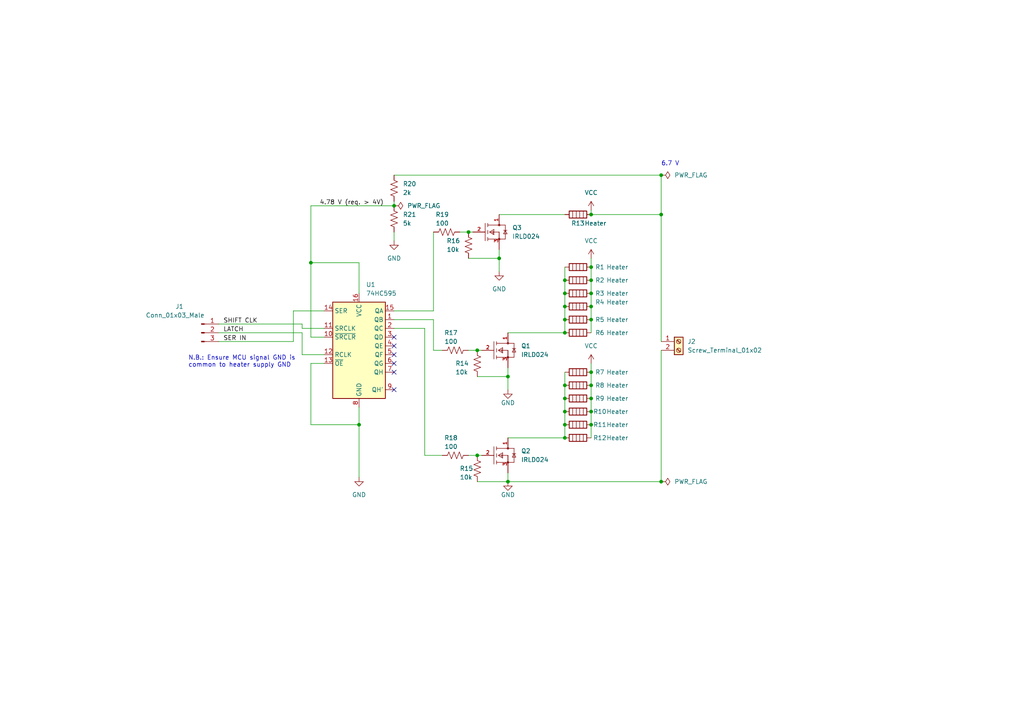
<source format=kicad_sch>
(kicad_sch (version 20211123) (generator eeschema)
  (paper "A4")
  (title_block (title "Hawkeye Driver Board") (date "2022-05-13") (rev "A") (company "The University of Arizona Steward Observatory"))
  (lib_symbols
    (symbol "74xx:74HC595"
      (property "Reference" "U" (at -7.62 13.97 0))
      (property "Value" "74HC595" (at -7.62 -16.51 0))
      (symbol "74HC595_1_0"
        (pin tri_state line (at 10.16 7.62 180) (length 2.54) (name "QB") (number "1"))
        (pin input line (at -10.16 2.54 0) (length 2.54) (name "~{SRCLR}") (number "10"))
        (pin input line (at -10.16 5.08 0) (length 2.54) (name "SRCLK") (number "11"))
        (pin input line (at -10.16 -2.54 0) (length 2.54) (name "RCLK") (number "12"))
        (pin input line (at -10.16 -5.08 0) (length 2.54) (name "~{OE}") (number "13"))
        (pin input line (at -10.16 10.16 0) (length 2.54) (name "SER") (number "14"))
        (pin tri_state line (at 10.16 10.16 180) (length 2.54) (name "QA") (number "15"))
        (pin power_in line (at 0 15.24 270) (length 2.54) (name "VCC") (number "16"))
        (pin tri_state line (at 10.16 5.08 180) (length 2.54) (name "QC") (number "2"))
        (pin tri_state line (at 10.16 2.54 180) (length 2.54) (name "QD") (number "3"))
        (pin tri_state line (at 10.16 0 180) (length 2.54) (name "QE") (number "4"))
        (pin tri_state line (at 10.16 -2.54 180) (length 2.54) (name "QF") (number "5"))
        (pin tri_state line (at 10.16 -5.08 180) (length 2.54) (name "QG") (number "6"))
        (pin tri_state line (at 10.16 -7.62 180) (length 2.54) (name "QH") (number "7"))
        (pin power_in line (at 0 -17.78 90) (length 2.54) (name "GND") (number "8"))
        (pin output line (at 10.16 -12.7 180) (length 2.54) (name "QH'") (number "9"))
      )
      (symbol "74HC595_1_1"
        (rectangle (start -7.62 12.7) (end 7.62 -15.24) (stroke (width 0.254)) (fill (type background)))
      )
    )
    (symbol "Connector:Conn_01x03_Male" (pin_names (offset 1.016) hide)
      (property "Reference" "J" (at 0 5.08 0))
      (property "Value" "Conn_01x03_Male" (at 0 -5.08 0))
      (symbol "Conn_01x03_Male_1_1"
        (polyline (pts (xy 1.27 -2.54) (xy 0.8636 -2.54)) (stroke (width 0.1524)))
        (polyline (pts (xy 1.27 0) (xy 0.8636 0)) (stroke (width 0.1524)))
        (polyline (pts (xy 1.27 2.54) (xy 0.8636 2.54)) (stroke (width 0.1524)))
        (rectangle (start 0.8636 -2.413) (end 0 -2.667) (stroke (width 0.1524)) (fill (type outline)))
        (rectangle (start 0.8636 0.127) (end 0 -0.127) (stroke (width 0.1524)) (fill (type outline)))
        (rectangle (start 0.8636 2.667) (end 0 2.413) (stroke (width 0.1524)) (fill (type outline)))
        (pin passive line (at 5.08 2.54 180) (length 3.81) (name "Pin_1") (number "1"))
        (pin passive line (at 5.08 0 180) (length 3.81) (name "Pin_2") (number "2"))
        (pin passive line (at 5.08 -2.54 180) (length 3.81) (name "Pin_3") (number "3"))
      )
    )
    (symbol "Connector:Screw_Terminal_01x02" (pin_names (offset 1.016) hide)
      (property "Reference" "J" (at 0 2.54 0))
      (property "Value" "Screw_Terminal_01x02" (at 0 -5.08 0))
      (symbol "Screw_Terminal_01x02_1_1"
        (rectangle (start -1.27 1.27) (end 1.27 -3.81) (stroke (width 0.254)) (fill (type background)))
        (circle (center 0 -2.54) (radius 0.635) (stroke (width 0.1524)))
        (polyline (pts (xy -0.5334 -2.2098) (xy 0.3302 -3.048)) (stroke (width 0.1524)))
        (polyline (pts (xy -0.5334 0.3302) (xy 0.3302 -0.508)) (stroke (width 0.1524)))
        (polyline (pts (xy -0.3556 -2.032) (xy 0.508 -2.8702)) (stroke (width 0.1524)))
        (polyline (pts (xy -0.3556 0.508) (xy 0.508 -0.3302)) (stroke (width 0.1524)))
        (circle (center 0 0) (radius 0.635) (stroke (width 0.1524)))
        (pin passive line (at -5.08 0 0) (length 3.81) (name "Pin_1") (number "1"))
        (pin passive line (at -5.08 -2.54 0) (length 3.81) (name "Pin_2") (number "2"))
      )
    )
    (symbol "Device:Heater" (pin_numbers hide) (pin_names (offset 0))
      (property "Reference" "R" (at 2.032 0 90))
      (property "Value" "Heater" (at -2.032 0 90))
      (symbol "Heater_0_1"
        (rectangle (start -1.016 -2.54) (end 1.016 2.54) (stroke (width 0.254)))
        (polyline (pts (xy -1.016 1.524) (xy 1.016 1.524)))
        (polyline (pts (xy 1.016 -1.524) (xy -1.016 -1.524)))
        (polyline (pts (xy 1.016 -0.508) (xy -1.016 -0.508)))
        (polyline (pts (xy 1.016 0.508) (xy -1.016 0.508)))
      )
      (symbol "Heater_1_1"
        (pin passive line (at 0 3.81 270) (length 1.27) (name "~") (number "1"))
        (pin passive line (at 0 -3.81 90) (length 1.27) (name "~") (number "2"))
      )
    )
    (symbol "Device:R_US" (pin_numbers hide) (pin_names (offset 0))
      (property "Reference" "R" (at 2.54 0 90))
      (property "Value" "R_US" (at -2.54 0 90))
      (symbol "R_US_0_1"
        (polyline (pts (xy 0 -2.286) (xy 0 -2.54)))
        (polyline (pts (xy 0 2.286) (xy 0 2.54)))
        (polyline (pts (xy 0 -0.762) (xy 1.016 -1.143) (xy 0 -1.524) (xy -1.016 -1.905) (xy 0 -2.286)))
        (polyline (pts (xy 0 0.762) (xy 1.016 0.381) (xy 0 0) (xy -1.016 -0.381) (xy 0 -0.762)))
        (polyline (pts (xy 0 2.286) (xy 1.016 1.905) (xy 0 1.524) (xy -1.016 1.143) (xy 0 0.762)))
      )
      (symbol "R_US_1_1"
        (pin passive line (at 0 3.81 270) (length 1.27) (name "~") (number "1"))
        (pin passive line (at 0 -3.81 90) (length 1.27) (name "~") (number "2"))
      )
    )
    (symbol "IRLD024_1" (pin_names (offset 1.016))
      (property "Reference" "Q" (at 0 7.62 0))
      (property "Value" "IRLD024_1" (at 0 10.16 0))
      (symbol "IRLD024_1_1_1"
        (polyline (pts (xy 6.096 -2.54) (xy 6.096 2.54)))
        (polyline (pts (xy 6.858 -2.032) (xy 10.16 -2.032)))
        (polyline (pts (xy 6.858 -1.524) (xy 6.858 -2.54)))
        (polyline (pts (xy 6.858 0.508) (xy 6.858 -0.508)))
        (polyline (pts (xy 6.858 1.524) (xy 6.858 2.54)))
        (polyline (pts (xy 6.858 2.032) (xy 10.16 2.032)))
        (polyline (pts (xy 7.366 0) (xy 8.636 -0.762)))
        (polyline (pts (xy 7.366 0) (xy 8.636 0.762)))
        (polyline (pts (xy 7.62 0) (xy 10.16 0)))
        (polyline (pts (xy 8.382 0.254) (xy 8.382 -0.508)))
        (polyline (pts (xy 8.636 0.762) (xy 8.636 -0.762)))
        (polyline (pts (xy 10.16 -2.032) (xy 11.938 -2.032)))
        (polyline (pts (xy 11.43 -0.508) (xy 12.446 -0.508)))
        (polyline (pts (xy 11.938 -2.032) (xy 11.938 2.032)))
        (polyline (pts (xy 11.938 0.508) (xy 11.43 -0.508)))
        (polyline (pts (xy 11.938 0.508) (xy 11.43 0.508)))
        (polyline (pts (xy 11.938 0.508) (xy 12.446 0.508)))
        (polyline (pts (xy 11.938 2.032) (xy 10.16 2.032)))
        (polyline (pts (xy 12.446 -0.508) (xy 11.938 0.508)))
        (circle (center 10.16 -2.032) (radius 0.254))
        (circle (center 10.16 2.032) (radius 0.254))
        (pin passive line (at 10.16 5.08 270) (length 3.048) (name "D") (number "1"))
        (pin input line (at 2.54 0 0) (length 3.556) (name "G") (number "2"))
        (pin passive line (at 10.16 -5.08 90) (length 5.08) (name "S") (number "3"))
      )
    )
    (symbol "IRLD024_2" (pin_names (offset 1.016))
      (property "Reference" "Q" (at 0 7.62 0))
      (property "Value" "IRLD024_2" (at 0 10.16 0))
      (symbol "IRLD024_2_1_1"
        (polyline (pts (xy 6.096 -2.54) (xy 6.096 2.54)))
        (polyline (pts (xy 6.858 -2.032) (xy 10.16 -2.032)))
        (polyline (pts (xy 6.858 -1.524) (xy 6.858 -2.54)))
        (polyline (pts (xy 6.858 0.508) (xy 6.858 -0.508)))
        (polyline (pts (xy 6.858 1.524) (xy 6.858 2.54)))
        (polyline (pts (xy 6.858 2.032) (xy 10.16 2.032)))
        (polyline (pts (xy 7.366 0) (xy 8.636 -0.762)))
        (polyline (pts (xy 7.366 0) (xy 8.636 0.762)))
        (polyline (pts (xy 7.62 0) (xy 10.16 0)))
        (polyline (pts (xy 8.382 0.254) (xy 8.382 -0.508)))
        (polyline (pts (xy 8.636 0.762) (xy 8.636 -0.762)))
        (polyline (pts (xy 10.16 -2.032) (xy 11.938 -2.032)))
        (polyline (pts (xy 11.43 -0.508) (xy 12.446 -0.508)))
        (polyline (pts (xy 11.938 -2.032) (xy 11.938 2.032)))
        (polyline (pts (xy 11.938 0.508) (xy 11.43 -0.508)))
        (polyline (pts (xy 11.938 0.508) (xy 11.43 0.508)))
        (polyline (pts (xy 11.938 0.508) (xy 12.446 0.508)))
        (polyline (pts (xy 11.938 2.032) (xy 10.16 2.032)))
        (polyline (pts (xy 12.446 -0.508) (xy 11.938 0.508)))
        (circle (center 10.16 -2.032) (radius 0.254))
        (circle (center 10.16 2.032) (radius 0.254))
        (pin passive line (at 10.16 5.08 270) (length 3.048) (name "D") (number "1"))
        (pin input line (at 2.54 0 0) (length 3.556) (name "G") (number "2"))
        (pin passive line (at 10.16 -5.08 90) (length 5.08) (name "S") (number "3"))
      )
    )
    (symbol "Transistor_FET:IRLD024" (pin_names (offset 1.016))
      (property "Reference" "Q" (at 0 7.62 0))
      (property "Value" "IRLD024" (at 0 10.16 0))
      (symbol "IRLD024_1_1"
        (polyline (pts (xy 6.096 -2.54) (xy 6.096 2.54)))
        (polyline (pts (xy 6.858 -2.032) (xy 10.16 -2.032)))
        (polyline (pts (xy 6.858 -1.524) (xy 6.858 -2.54)))
        (polyline (pts (xy 6.858 0.508) (xy 6.858 -0.508)))
        (polyline (pts (xy 6.858 1.524) (xy 6.858 2.54)))
        (polyline (pts (xy 6.858 2.032) (xy 10.16 2.032)))
        (polyline (pts (xy 7.366 0) (xy 8.636 -0.762)))
        (polyline (pts (xy 7.366 0) (xy 8.636 0.762)))
        (polyline (pts (xy 7.62 0) (xy 10.16 0)))
        (polyline (pts (xy 8.382 0.254) (xy 8.382 -0.508)))
        (polyline (pts (xy 8.636 0.762) (xy 8.636 -0.762)))
        (polyline (pts (xy 10.16 -2.032) (xy 11.938 -2.032)))
        (polyline (pts (xy 11.43 -0.508) (xy 12.446 -0.508)))
        (polyline (pts (xy 11.938 -2.032) (xy 11.938 2.032)))
        (polyline (pts (xy 11.938 0.508) (xy 11.43 -0.508)))
        (polyline (pts (xy 11.938 0.508) (xy 11.43 0.508)))
        (polyline (pts (xy 11.938 0.508) (xy 12.446 0.508)))
        (polyline (pts (xy 11.938 2.032) (xy 10.16 2.032)))
        (polyline (pts (xy 12.446 -0.508) (xy 11.938 0.508)))
        (circle (center 10.16 -2.032) (radius 0.254))
        (circle (center 10.16 2.032) (radius 0.254))
        (pin passive line (at 10.16 5.08 270) (length 3.048) (name "D") (number "1"))
        (pin input line (at 2.54 0 0) (length 3.556) (name "G") (number "2"))
        (pin passive line (at 10.16 -5.08 90) (length 5.08) (name "S") (number "3"))
      )
    )
    (symbol "power:GND" (power) (pin_names (offset 0))
      (property "Value" "GND" (at 0 -3.81 0))
      (symbol "GND_0_1"
        (polyline (pts (xy 0 0) (xy 0 -1.27) (xy 1.27 -1.27) (xy 0 -2.54) (xy -1.27 -1.27) (xy 0 -1.27)))
      )
      (symbol "GND_1_1"
        (pin power_in line (at 0 0 270) (length 0) hide (name "GND") (number "1"))
      )
    )
    (symbol "power:PWR_FLAG" (power) (pin_numbers hide) (pin_names (offset 0) hide)
      (property "Value" "PWR_FLAG" (at 0 3.81 0))
      (symbol "PWR_FLAG_0_0"
        (pin power_out line (at 0 0 90) (length 0) (name "pwr") (number "1"))
      )
      (symbol "PWR_FLAG_0_1"
        (polyline (pts (xy 0 0) (xy 0 1.27) (xy -1.016 1.905) (xy 0 2.54) (xy 1.016 1.905) (xy 0 1.27)))
      )
    )
    (symbol "power:VCC" (power) (pin_names (offset 0))
      (property "Value" "VCC" (at 0 3.81 0))
      (symbol "VCC_0_1"
        (polyline (pts (xy -0.762 1.27) (xy 0 2.54)))
        (polyline (pts (xy 0 0) (xy 0 2.54)))
        (polyline (pts (xy 0 2.54) (xy 0.762 1.27)))
      )
      (symbol "VCC_1_1"
        (pin power_in line (at 0 0 90) (length 0) hide (name "VCC") (number "1"))
      )
    )
  )
  (junction (at 171.45 77.47))
  (junction (at 171.45 119.38))
  (junction (at 171.45 92.71))
  (junction (at 191.77 50.8))
  (junction (at 144.78 74.93))
  (junction (at 171.45 85.09))
  (junction (at 147.32 139.7))
  (junction (at 163.83 115.57))
  (junction (at 114.3 59.69))
  (junction (at 163.83 81.28))
  (junction (at 163.83 111.76))
  (junction (at 138.43 132.08))
  (junction (at 163.83 88.9))
  (junction (at 191.77 139.7))
  (junction (at 163.83 92.71))
  (junction (at 163.83 96.52))
  (junction (at 147.32 109.22))
  (junction (at 138.43 101.6))
  (junction (at 171.45 107.95))
  (junction (at 135.89 67.31))
  (junction (at 171.45 88.9))
  (junction (at 171.45 123.19))
  (junction (at 104.14 123.19))
  (junction (at 90.17 76.2))
  (junction (at 171.45 111.76))
  (junction (at 163.83 119.38))
  (junction (at 171.45 81.28))
  (junction (at 163.83 123.19))
  (junction (at 191.77 62.23))
  (junction (at 163.83 127))
  (junction (at 171.45 62.23))
  (junction (at 171.45 115.57))
  (junction (at 163.83 85.09))
  (no_connect (at 114.3 105.41))
  (no_connect (at 114.3 107.95))
  (no_connect (at 114.3 102.87))
  (no_connect (at 114.3 97.79))
  (no_connect (at 114.3 113.03))
  (no_connect (at 114.3 100.33))
  (wire (pts (xy 63.5 93.98) (xy 87.63 93.98)))
  (wire (pts (xy 191.77 50.8) (xy 114.3 50.8)))
  (wire (pts (xy 163.83 115.57) (xy 163.83 119.38)))
  (wire (pts (xy 138.43 101.6) (xy 139.7 101.6)))
  (wire (pts (xy 104.14 85.09) (xy 104.14 76.2)))
  (wire (pts (xy 125.73 101.6) (xy 128.27 101.6)))
  (wire (pts (xy 171.45 92.71) (xy 171.45 96.52)))
  (wire (pts (xy 191.77 139.7) (xy 147.32 139.7)))
  (wire (pts (xy 171.45 88.9) (xy 171.45 92.71)))
  (wire (pts (xy 90.17 105.41) (xy 90.17 123.19)))
  (wire (pts (xy 135.89 101.6) (xy 138.43 101.6)))
  (wire (pts (xy 90.17 59.69) (xy 90.17 76.2)))
  (wire (pts (xy 135.89 67.31) (xy 137.16 67.31)))
  (wire (pts (xy 147.32 127) (xy 163.83 127)))
  (wire (pts (xy 191.77 101.6) (xy 191.77 139.7)))
  (wire (pts (xy 87.63 102.87) (xy 93.98 102.87)))
  (wire (pts (xy 93.98 97.79) (xy 90.17 97.79)))
  (wire (pts (xy 135.89 74.93) (xy 144.78 74.93)))
  (wire (pts (xy 90.17 123.19) (xy 104.14 123.19)))
  (wire (pts (xy 147.32 139.7) (xy 147.32 137.16)))
  (wire (pts (xy 123.19 95.25) (xy 123.19 132.08)))
  (wire (pts (xy 85.09 90.17) (xy 85.09 99.06)))
  (wire (pts (xy 163.83 107.95) (xy 163.83 111.76)))
  (wire (pts (xy 144.78 74.93) (xy 144.78 72.39)))
  (wire (pts (xy 144.78 62.23) (xy 163.83 62.23)))
  (wire (pts (xy 144.78 78.74) (xy 144.78 74.93)))
  (wire (pts (xy 163.83 123.19) (xy 163.83 127)))
  (wire (pts (xy 171.45 107.95) (xy 171.45 111.76)))
  (wire (pts (xy 114.3 90.17) (xy 125.73 90.17)))
  (wire (pts (xy 63.5 96.52) (xy 87.63 96.52)))
  (wire (pts (xy 114.3 59.69) (xy 90.17 59.69)))
  (wire (pts (xy 90.17 105.41) (xy 93.98 105.41)))
  (wire (pts (xy 171.45 119.38) (xy 171.45 123.19)))
  (wire (pts (xy 104.14 118.11) (xy 104.14 123.19)))
  (wire (pts (xy 171.45 85.09) (xy 171.45 88.9)))
  (wire (pts (xy 191.77 62.23) (xy 191.77 50.8)))
  (wire (pts (xy 171.45 81.28) (xy 171.45 85.09)))
  (wire (pts (xy 90.17 76.2) (xy 90.17 97.79)))
  (wire (pts (xy 114.3 58.42) (xy 114.3 59.69)))
  (wire (pts (xy 163.83 88.9) (xy 163.83 92.71)))
  (wire (pts (xy 163.83 92.71) (xy 163.83 96.52)))
  (wire (pts (xy 171.45 123.19) (xy 171.45 127)))
  (wire (pts (xy 147.32 109.22) (xy 147.32 106.68)))
  (wire (pts (xy 138.43 132.08) (xy 139.7 132.08)))
  (wire (pts (xy 87.63 93.98) (xy 87.63 95.25)))
  (wire (pts (xy 171.45 77.47) (xy 171.45 81.28)))
  (wire (pts (xy 147.32 113.03) (xy 147.32 109.22)))
  (wire (pts (xy 138.43 109.22) (xy 147.32 109.22)))
  (wire (pts (xy 125.73 92.71) (xy 125.73 101.6)))
  (wire (pts (xy 147.32 96.52) (xy 163.83 96.52)))
  (wire (pts (xy 191.77 99.06) (xy 191.77 62.23)))
  (wire (pts (xy 135.89 132.08) (xy 138.43 132.08)))
  (wire (pts (xy 114.3 92.71) (xy 125.73 92.71)))
  (wire (pts (xy 163.83 111.76) (xy 163.83 115.57)))
  (wire (pts (xy 123.19 132.08) (xy 128.27 132.08)))
  (wire (pts (xy 114.3 67.31) (xy 114.3 69.85)))
  (wire (pts (xy 163.83 77.47) (xy 163.83 81.28)))
  (wire (pts (xy 171.45 105.41) (xy 171.45 107.95)))
  (wire (pts (xy 93.98 90.17) (xy 85.09 90.17)))
  (wire (pts (xy 163.83 119.38) (xy 163.83 123.19)))
  (wire (pts (xy 63.5 99.06) (xy 85.09 99.06)))
  (wire (pts (xy 87.63 95.25) (xy 93.98 95.25)))
  (wire (pts (xy 171.45 115.57) (xy 171.45 119.38)))
  (wire (pts (xy 133.35 67.31) (xy 135.89 67.31)))
  (wire (pts (xy 171.45 74.93) (xy 171.45 77.47)))
  (wire (pts (xy 125.73 90.17) (xy 125.73 67.31)))
  (wire (pts (xy 163.83 81.28) (xy 163.83 85.09)))
  (wire (pts (xy 114.3 95.25) (xy 123.19 95.25)))
  (wire (pts (xy 138.43 139.7) (xy 147.32 139.7)))
  (wire (pts (xy 171.45 60.96) (xy 171.45 62.23)))
  (wire (pts (xy 163.83 85.09) (xy 163.83 88.9)))
  (wire (pts (xy 171.45 111.76) (xy 171.45 115.57)))
  (wire (pts (xy 191.77 62.23) (xy 171.45 62.23)))
  (wire (pts (xy 87.63 96.52) (xy 87.63 102.87)))
  (wire (pts (xy 104.14 123.19) (xy 104.14 138.43)))
  (wire (pts (xy 104.14 76.2) (xy 90.17 76.2)))
  (text "N.B.: Ensure MCU signal GND is\ncommon to heater supply GND" (at 54.61 106.68 0) (effects (font (size 1.27 1.27)) (justify left bottom)))
  (text "6.7 V" (at 191.77 48.26 0) (effects (font (size 1.27 1.27)) (justify left bottom)))
  (label "SER IN" (at 64.77 99.06 0))
  (label "LATCH" (at 64.77 96.52 0))
  (label "SHIFT CLK" (at 64.77 93.98 0))
  (label "4.78 V (req. > 4V)" (at 92.71 59.69 0))
  (symbol (lib_id "Device:R_US") (at 138.43 105.41 0) (unit 1)
    (property "Reference" "R14" (at 132.08 105.41 0) (effects (justify left)))
    (property "Value" "10k" (at 132.08 107.95 0) (effects (justify left)))
    (property "Footprint" "Resistor_THT:R_Axial_DIN0207_L6.3mm_D2.5mm_P5.08mm_Vertical" (effects hide))
  )
  (symbol (lib_id "Device:Heater") (at 167.64 81.28 90) (unit 1)
    (property "Reference" "R2" (at 173.99 81.28 90))
    (property "Value" "Heater" (at 179.07 81.28 90))
    (property "Footprint" "Package_TO_SOT_THT:TO-5-3_Window" (effects hide))
  )
  (symbol (lib_id "Device:R_US") (at 114.3 54.61 0) (unit 1)
    (property "Reference" "R20" (at 116.84 53.3399 0) (effects (justify left)))
    (property "Value" "2k" (at 116.84 55.8799 0) (effects (justify left)))
    (property "Footprint" "Resistor_THT:R_Axial_DIN0207_L6.3mm_D2.5mm_P5.08mm_Vertical" (effects hide))
  )
  (symbol (lib_id "power:GND") (at 104.14 138.43 0) (unit 1)
    (property "Reference" "#PWR02" (effects hide))
    (property "Value" "GND" (at 104.14 143.51 0))
  )
  (symbol (lib_id "power:PWR_FLAG") (at 191.77 139.7 270) (unit 1)
    (property "Reference" "#FLG0101" (effects hide))
    (property "Value" "PWR_FLAG" (at 195.58 139.6999 90) (effects (justify left)))
  )
  (symbol (lib_id "power:GND") (at 144.78 78.74 0) (unit 1)
    (property "Reference" "#PWR05" (effects hide))
    (property "Value" "GND" (at 144.78 83.82 0))
  )
  (symbol (lib_name "IRLD024_1") (lib_id "Transistor_FET:IRLD024") (at 134.62 67.31 0) (unit 1)
    (property "Reference" "Q3" (at 148.59 66.0399 0) (effects (justify left)))
    (property "Value" "IRLD024" (at 148.59 68.5799 0) (effects (justify left)))
    (property "Footprint" "Trans_Vishay_IRLD024:Vishay-IRLD024-0" (effects hide))
    (property "Datasheet" "http://www.vishay.com/docs/91308/sihld24.pdf" (effects hide))
    (property "category" "Trans" (effects hide))
    (property "digikey description" "MOSFET N-CH 60V 2.5A 4-DIP" (effects hide))
    (property "digikey part number" "IRLD024-ND" (effects hide))
    (property "ipc land pattern name" "DIP921W56P254L490H327Q4" (effects hide))
    (property "lead free" "Yes" (effects hide))
    (property "library id" "ded22fbfb3540c74" (effects hide))
    (property "manufacturer" "Vishay" (effects hide))
    (property "mouser part number" "844-IRLD024" (effects hide))
    (property "package" "4-DIP" (effects hide))
    (property "rohs" "Yes" (effects hide))
    (property "temperature range high" "+150°C" (effects hide))
    (property "temperature range low" "-55°C" (effects hide))
    (property "voltage" "10V" (effects hide))
  )
  (symbol (lib_id "power:VCC") (at 171.45 105.41 0) (unit 1)
    (property "Reference" "#PWR07" (effects hide))
    (property "Value" "VCC" (at 171.45 100.33 0))
  )
  (symbol (lib_id "Device:Heater") (at 167.64 62.23 90) (unit 1)
    (property "Reference" "R13" (at 167.64 64.77 90))
    (property "Value" "Heater" (at 172.72 64.77 90))
    (property "Footprint" "Package_TO_SOT_THT:TO-5-3_Window" (effects hide))
  )
  (symbol (lib_id "Device:Heater") (at 167.64 115.57 90) (unit 1)
    (property "Reference" "R9" (at 173.99 115.57 90))
    (property "Value" "Heater" (at 179.07 115.57 90))
    (property "Footprint" "Package_TO_SOT_THT:TO-5-3_Window" (effects hide))
  )
  (symbol (lib_id "Device:Heater") (at 167.64 77.47 90) (unit 1)
    (property "Reference" "R1" (at 173.99 77.47 90))
    (property "Value" "Heater" (at 179.07 77.47 90))
    (property "Footprint" "Package_TO_SOT_THT:TO-5-3_Window" (effects hide))
  )
  (symbol (lib_id "Device:Heater") (at 167.64 92.71 90) (unit 1)
    (property "Reference" "R5" (at 173.99 92.71 90))
    (property "Value" "Heater" (at 179.07 92.71 90))
    (property "Footprint" "Package_TO_SOT_THT:TO-5-3_Window" (effects hide))
  )
  (symbol (lib_id "Device:Heater") (at 167.64 85.09 90) (unit 1)
    (property "Reference" "R3" (at 173.99 85.09 90))
    (property "Value" "Heater" (at 179.07 85.09 90))
    (property "Footprint" "Package_TO_SOT_THT:TO-5-3_Window" (effects hide))
  )
  (symbol (lib_id "Device:R_US") (at 138.43 135.89 0) (unit 1)
    (property "Reference" "R15" (at 133.35 135.89 0) (effects (justify left)))
    (property "Value" "10k" (at 133.35 138.43 0) (effects (justify left)))
    (property "Footprint" "Resistor_THT:R_Axial_DIN0207_L6.3mm_D2.5mm_P5.08mm_Vertical" (effects hide))
  )
  (symbol (lib_id "power:GND") (at 114.3 69.85 0) (unit 1)
    (property "Reference" "#PWR01" (effects hide))
    (property "Value" "GND" (at 114.3 74.93 0))
  )
  (symbol (lib_id "Device:R_US") (at 114.3 63.5 0) (unit 1)
    (property "Reference" "R21" (at 116.84 62.2299 0) (effects (justify left)))
    (property "Value" "5k" (at 116.84 64.7699 0) (effects (justify left)))
    (property "Footprint" "Resistor_THT:R_Axial_DIN0207_L6.3mm_D2.5mm_P5.08mm_Vertical" (effects hide))
  )
  (symbol (lib_id "power:VCC") (at 171.45 60.96 0) (unit 1)
    (property "Reference" "#PWR06" (effects hide))
    (property "Value" "VCC" (at 171.45 55.88 0))
  )
  (symbol (lib_id "power:GND") (at 147.32 113.03 0) (unit 1)
    (property "Reference" "#PWR03" (effects hide))
    (property "Value" "GND" (at 147.32 116.84 0))
  )
  (symbol (lib_id "Device:Heater") (at 167.64 119.38 90) (unit 1)
    (property "Reference" "R10" (at 173.99 119.38 90))
    (property "Value" "Heater" (at 179.07 119.38 90))
    (property "Footprint" "Package_TO_SOT_THT:TO-5-3_Window" (effects hide))
  )
  (symbol (lib_id "Device:Heater") (at 167.64 96.52 90) (unit 1)
    (property "Reference" "R6" (at 173.99 96.52 90))
    (property "Value" "Heater" (at 179.07 96.52 90))
    (property "Footprint" "Package_TO_SOT_THT:TO-5-3_Window" (effects hide))
  )
  (symbol (lib_id "Connector:Conn_01x03_Male") (at 58.42 96.52 0) (unit 1)
    (property "Reference" "J1" (at 52.07 88.9 0))
    (property "Value" "Conn_01x03_Male" (at 50.8 91.44 0))
    (property "Footprint" "Connector_PinHeader_2.54mm:PinHeader_1x03_P2.54mm_Vertical" (effects hide))
  )
  (symbol (lib_id "Device:Heater") (at 167.64 123.19 90) (unit 1)
    (property "Reference" "R11" (at 173.99 123.19 90))
    (property "Value" "Heater" (at 179.07 123.19 90))
    (property "Footprint" "Package_TO_SOT_THT:TO-5-3_Window" (effects hide))
  )
  (symbol (lib_name "IRLD024_2") (lib_id "Transistor_FET:IRLD024") (at 137.16 132.08 0) (unit 1)
    (property "Reference" "Q2" (at 151.13 130.8099 0) (effects (justify left)))
    (property "Value" "IRLD024" (at 151.13 133.3499 0) (effects (justify left)))
    (property "Footprint" "Trans_Vishay_IRLD024:Vishay-IRLD024-0" (effects hide))
    (property "Datasheet" "http://www.vishay.com/docs/91308/sihld24.pdf" (effects hide))
    (property "category" "Trans" (effects hide))
    (property "digikey description" "MOSFET N-CH 60V 2.5A 4-DIP" (effects hide))
    (property "digikey part number" "IRLD024-ND" (effects hide))
    (property "ipc land pattern name" "DIP921W56P254L490H327Q4" (effects hide))
    (property "lead free" "Yes" (effects hide))
    (property "library id" "ded22fbfb3540c74" (effects hide))
    (property "manufacturer" "Vishay" (effects hide))
    (property "mouser part number" "844-IRLD024" (effects hide))
    (property "package" "4-DIP" (effects hide))
    (property "rohs" "Yes" (effects hide))
    (property "temperature range high" "+150°C" (effects hide))
    (property "temperature range low" "-55°C" (effects hide))
    (property "voltage" "10V" (effects hide))
  )
  (symbol (lib_id "Device:Heater") (at 167.64 107.95 90) (unit 1)
    (property "Reference" "R7" (at 173.99 107.95 90))
    (property "Value" "Heater" (at 179.07 107.95 90))
    (property "Footprint" "Package_TO_SOT_THT:TO-5-3_Window" (effects hide))
  )
  (symbol (lib_id "Device:R_US") (at 132.08 101.6 90) (unit 1)
    (property "Reference" "R17" (at 130.81 96.52 90))
    (property "Value" "100" (at 130.81 99.06 90))
    (property "Footprint" "Resistor_THT:R_Axial_DIN0207_L6.3mm_D2.5mm_P5.08mm_Vertical" (effects hide))
  )
  (symbol (lib_id "Device:R_US") (at 132.08 132.08 90) (unit 1)
    (property "Reference" "R18" (at 130.81 127 90))
    (property "Value" "100" (at 130.81 129.54 90))
    (property "Footprint" "Resistor_THT:R_Axial_DIN0207_L6.3mm_D2.5mm_P5.08mm_Vertical" (effects hide))
  )
  (symbol (lib_id "Connector:Screw_Terminal_01x02") (at 196.85 99.06 0) (unit 1)
    (property "Reference" "J2" (at 199.39 99.0599 0) (effects (justify left)))
    (property "Value" "Screw_Terminal_01x02" (at 199.39 101.5999 0) (effects (justify left)))
    (property "Footprint" "TerminalBlock_Philmore:TerminalBlock_Philmore_TB132_1x02_P5.00mm_Horizontal" (effects hide))
  )
  (symbol (lib_id "power:GND") (at 147.32 139.7 0) (unit 1)
    (property "Reference" "#PWR04" (effects hide))
    (property "Value" "GND" (at 147.32 143.51 0))
  )
  (symbol (lib_id "Device:R_US") (at 135.89 71.12 0) (unit 1)
    (property "Reference" "R16" (at 129.54 69.85 0) (effects (justify left)))
    (property "Value" "10k" (at 129.54 72.39 0) (effects (justify left)))
    (property "Footprint" "Resistor_THT:R_Axial_DIN0207_L6.3mm_D2.5mm_P5.08mm_Vertical" (effects hide))
  )
  (symbol (lib_id "Device:R_US") (at 129.54 67.31 90) (unit 1)
    (property "Reference" "R19" (at 128.27 62.23 90))
    (property "Value" "100" (at 128.27 64.77 90))
    (property "Footprint" "Resistor_THT:R_Axial_DIN0207_L6.3mm_D2.5mm_P5.08mm_Vertical" (effects hide))
  )
  (symbol (lib_id "74xx:74HC595") (at 104.14 100.33 0) (unit 1)
    (property "Reference" "U1" (at 106.1594 82.55 0) (effects (justify left)))
    (property "Value" "74HC595" (at 106.1594 85.09 0) (effects (justify left)))
    (property "Footprint" "Package_SO:SO-16_3.9x9.9mm_P1.27mm" (effects hide))
    (property "Datasheet" "http://www.ti.com/lit/ds/symlink/sn74hc595.pdf" (effects hide))
  )
  (symbol (lib_id "power:VCC") (at 171.45 74.93 0) (unit 1)
    (property "Reference" "#PWR09" (effects hide))
    (property "Value" "VCC" (at 171.45 69.85 0))
  )
  (symbol (lib_id "Device:Heater") (at 167.64 127 90) (unit 1)
    (property "Reference" "R12" (at 173.99 127 90))
    (property "Value" "Heater" (at 179.07 127 90))
    (property "Footprint" "Package_TO_SOT_THT:TO-5-3_Window" (effects hide))
  )
  (symbol (lib_id "Device:Heater") (at 167.64 111.76 90) (unit 1)
    (property "Reference" "R8" (at 173.99 111.76 90))
    (property "Value" "Heater" (at 179.07 111.76 90))
    (property "Footprint" "Package_TO_SOT_THT:TO-5-3_Window" (effects hide))
  )
  (symbol (lib_id "power:PWR_FLAG") (at 114.3 59.69 270) (unit 1)
    (property "Reference" "#FLG0103" (effects hide))
    (property "Value" "PWR_FLAG" (at 118.11 59.6899 90) (effects (justify left)))
  )
  (symbol (lib_id "Device:Heater") (at 167.64 88.9 90) (unit 1)
    (property "Reference" "R4" (at 173.99 87.63 90))
    (property "Value" "Heater" (at 179.07 87.63 90))
    (property "Footprint" "Package_TO_SOT_THT:TO-5-3_Window" (effects hide))
  )
  (symbol (lib_id "power:PWR_FLAG") (at 191.77 50.8 270) (unit 1)
    (property "Reference" "#FLG0102" (effects hide))
    (property "Value" "PWR_FLAG" (at 195.58 50.7999 90) (effects (justify left)))
  )
  (symbol (lib_id "Transistor_FET:IRLD024") (at 137.16 101.6 0) (unit 1)
    (property "Reference" "Q1" (at 151.13 100.3299 0) (effects (justify left)))
    (property "Value" "IRLD024" (at 151.13 102.8699 0) (effects (justify left)))
    (property "Footprint" "Trans_Vishay_IRLD024:Vishay-IRLD024-0" (effects hide))
    (property "Datasheet" "http://www.vishay.com/docs/91308/sihld24.pdf" (effects hide))
    (property "category" "Trans" (effects hide))
    (property "digikey description" "MOSFET N-CH 60V 2.5A 4-DIP" (effects hide))
    (property "digikey part number" "IRLD024-ND" (effects hide))
    (property "ipc land pattern name" "DIP921W56P254L490H327Q4" (effects hide))
    (property "lead free" "Yes" (effects hide))
    (property "library id" "ded22fbfb3540c74" (effects hide))
    (property "manufacturer" "Vishay" (effects hide))
    (property "mouser part number" "844-IRLD024" (effects hide))
    (property "package" "4-DIP" (effects hide))
    (property "rohs" "Yes" (effects hide))
    (property "temperature range high" "+150°C" (effects hide))
    (property "temperature range low" "-55°C" (effects hide))
    (property "voltage" "10V" (effects hide))
  )
)
</source>
